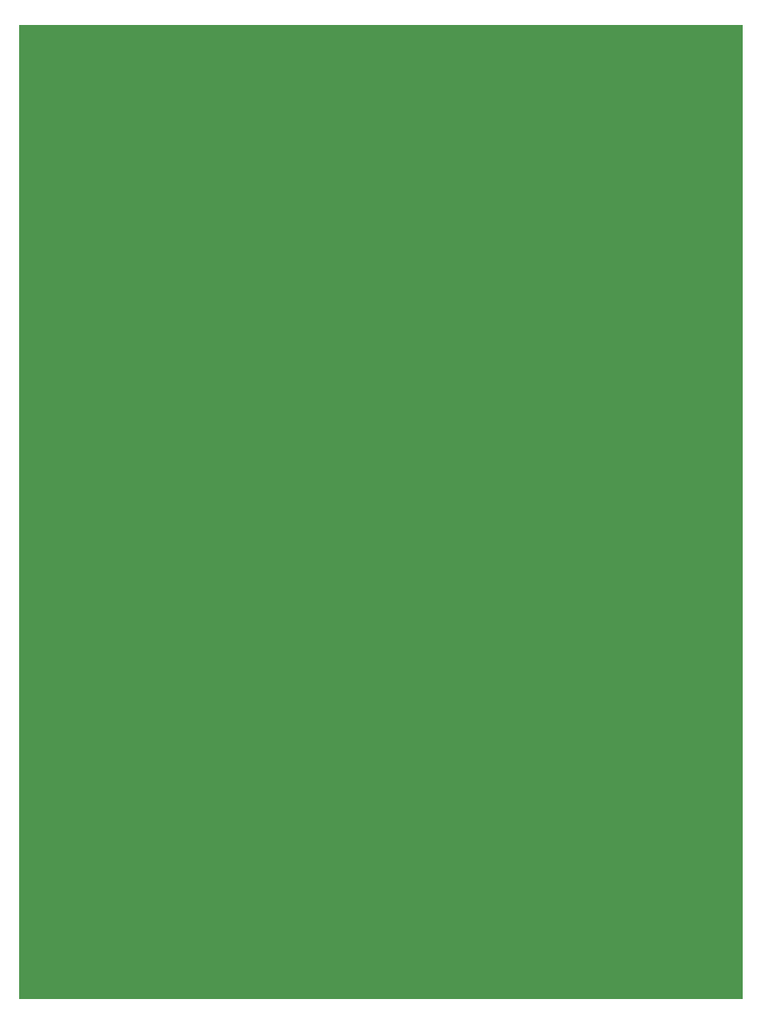
<source format=gbr>
G04 DipTrace 2.4.0.2*
%INBoard.gbr*%
%MOIN*%
%ADD11C,0.006*%
%FSLAX44Y44*%
G04*
G70*
G90*
G75*
G01*
%LNBoardPoly*%
%LPD*%
G36*
X3937Y3937D2*
D11*
X32937D1*
Y42937D1*
X3937D1*
Y3937D1*
G37*
M02*

</source>
